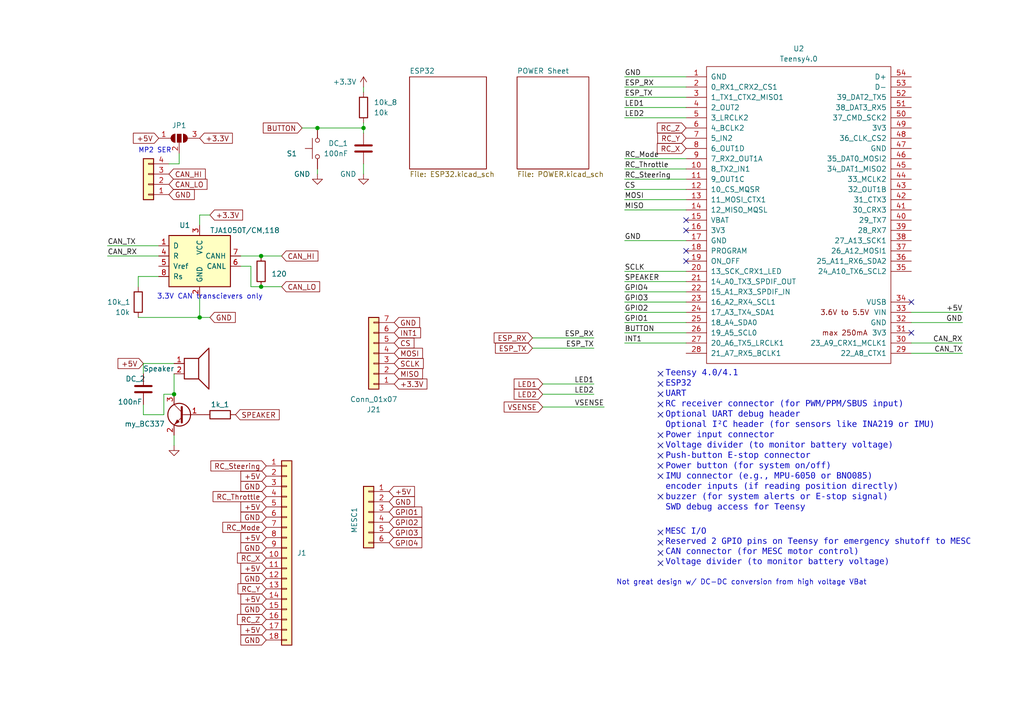
<source format=kicad_sch>
(kicad_sch (version 20231120) (generator "eeschema") (generator_version "8.0")
  (paper "User" 254 177.8)
  (lib_symbols
    (symbol "Connector_Generic:Conn_01x04" (pin_names (offset 1.016) hide)
      (property "Reference" "J" (at 0 5.08 0))
      (property "Value" "Conn_01x04" (at 0 -7.62 0))
      (symbol "Conn_01x04_1_1"
        (rectangle (start -1.27 -4.953) (end 0 -5.207) (stroke (width 0.1524)))
        (rectangle (start -1.27 -2.413) (end 0 -2.667) (stroke (width 0.1524)))
        (rectangle (start -1.27 0.127) (end 0 -0.127) (stroke (width 0.1524)))
        (rectangle (start -1.27 2.667) (end 0 2.413) (stroke (width 0.1524)))
        (rectangle (start -1.27 3.81) (end 1.27 -6.35) (stroke (width 0.254)) (fill (type background)))
        (pin passive line (at -5.08 2.54 0) (length 3.81) (name "Pin_1") (number "1"))
        (pin passive line (at -5.08 0 0) (length 3.81) (name "Pin_2") (number "2"))
        (pin passive line (at -5.08 -2.54 0) (length 3.81) (name "Pin_3") (number "3"))
        (pin passive line (at -5.08 -5.08 0) (length 3.81) (name "Pin_4") (number "4"))
      )
    )
    (symbol "Connector_Generic:Conn_01x06" (pin_names (offset 1.016) hide)
      (property "Reference" "J" (at 0 7.62 0))
      (property "Value" "Conn_01x06" (at 0 -10.16 0))
      (symbol "Conn_01x06_1_1"
        (rectangle (start -1.27 -7.493) (end 0 -7.747) (stroke (width 0.1524)))
        (rectangle (start -1.27 -4.953) (end 0 -5.207) (stroke (width 0.1524)))
        (rectangle (start -1.27 -2.413) (end 0 -2.667) (stroke (width 0.1524)))
        (rectangle (start -1.27 0.127) (end 0 -0.127) (stroke (width 0.1524)))
        (rectangle (start -1.27 2.667) (end 0 2.413) (stroke (width 0.1524)))
        (rectangle (start -1.27 5.207) (end 0 4.953) (stroke (width 0.1524)))
        (rectangle (start -1.27 6.35) (end 1.27 -8.89) (stroke (width 0.254)) (fill (type background)))
        (pin passive line (at -5.08 5.08 0) (length 3.81) (name "Pin_1") (number "1"))
        (pin passive line (at -5.08 2.54 0) (length 3.81) (name "Pin_2") (number "2"))
        (pin passive line (at -5.08 0 0) (length 3.81) (name "Pin_3") (number "3"))
        (pin passive line (at -5.08 -2.54 0) (length 3.81) (name "Pin_4") (number "4"))
        (pin passive line (at -5.08 -5.08 0) (length 3.81) (name "Pin_5") (number "5"))
        (pin passive line (at -5.08 -7.62 0) (length 3.81) (name "Pin_6") (number "6"))
      )
    )
    (symbol "Connector_Generic:Conn_01x07" (pin_names (offset 1.016) hide)
      (property "Reference" "J" (at 0 10.16 0))
      (property "Value" "Conn_01x07" (at 0 -10.16 0))
      (symbol "Conn_01x07_1_1"
        (rectangle (start -1.27 -7.493) (end 0 -7.747) (stroke (width 0.1524)))
        (rectangle (start -1.27 -4.953) (end 0 -5.207) (stroke (width 0.1524)))
        (rectangle (start -1.27 -2.413) (end 0 -2.667) (stroke (width 0.1524)))
        (rectangle (start -1.27 0.127) (end 0 -0.127) (stroke (width 0.1524)))
        (rectangle (start -1.27 2.667) (end 0 2.413) (stroke (width 0.1524)))
        (rectangle (start -1.27 5.207) (end 0 4.953) (stroke (width 0.1524)))
        (rectangle (start -1.27 7.747) (end 0 7.493) (stroke (width 0.1524)))
        (rectangle (start -1.27 8.89) (end 1.27 -8.89) (stroke (width 0.254)) (fill (type background)))
        (pin passive line (at -5.08 7.62 0) (length 3.81) (name "Pin_1") (number "1"))
        (pin passive line (at -5.08 5.08 0) (length 3.81) (name "Pin_2") (number "2"))
        (pin passive line (at -5.08 2.54 0) (length 3.81) (name "Pin_3") (number "3"))
        (pin passive line (at -5.08 0 0) (length 3.81) (name "Pin_4") (number "4"))
        (pin passive line (at -5.08 -2.54 0) (length 3.81) (name "Pin_5") (number "5"))
        (pin passive line (at -5.08 -5.08 0) (length 3.81) (name "Pin_6") (number "6"))
        (pin passive line (at -5.08 -7.62 0) (length 3.81) (name "Pin_7") (number "7"))
      )
    )
    (symbol "Connector_Generic:Conn_01x18" (pin_names (offset 1.016) hide)
      (property "Reference" "J" (at 0 22.86 0))
      (property "Value" "Conn_01x18" (at 0 -25.4 0))
      (symbol "Conn_01x18_1_1"
        (rectangle (start -1.27 -22.733) (end 0 -22.987) (stroke (width 0.1524)))
        (rectangle (start -1.27 -20.193) (end 0 -20.447) (stroke (width 0.1524)))
        (rectangle (start -1.27 -17.653) (end 0 -17.907) (stroke (width 0.1524)))
        (rectangle (start -1.27 -15.113) (end 0 -15.367) (stroke (width 0.1524)))
        (rectangle (start -1.27 -12.573) (end 0 -12.827) (stroke (width 0.1524)))
        (rectangle (start -1.27 -10.033) (end 0 -10.287) (stroke (width 0.1524)))
        (rectangle (start -1.27 -7.493) (end 0 -7.747) (stroke (width 0.1524)))
        (rectangle (start -1.27 -4.953) (end 0 -5.207) (stroke (width 0.1524)))
        (rectangle (start -1.27 -2.413) (end 0 -2.667) (stroke (width 0.1524)))
        (rectangle (start -1.27 0.127) (end 0 -0.127) (stroke (width 0.1524)))
        (rectangle (start -1.27 2.667) (end 0 2.413) (stroke (width 0.1524)))
        (rectangle (start -1.27 5.207) (end 0 4.953) (stroke (width 0.1524)))
        (rectangle (start -1.27 7.747) (end 0 7.493) (stroke (width 0.1524)))
        (rectangle (start -1.27 10.287) (end 0 10.033) (stroke (width 0.1524)))
        (rectangle (start -1.27 12.827) (end 0 12.573) (stroke (width 0.1524)))
        (rectangle (start -1.27 15.367) (end 0 15.113) (stroke (width 0.1524)))
        (rectangle (start -1.27 17.907) (end 0 17.653) (stroke (width 0.1524)))
        (rectangle (start -1.27 20.447) (end 0 20.193) (stroke (width 0.1524)))
        (rectangle (start -1.27 21.59) (end 1.27 -24.13) (stroke (width 0.254)) (fill (type background)))
        (pin passive line (at -5.08 20.32 0) (length 3.81) (name "Pin_1") (number "1"))
        (pin passive line (at -5.08 -2.54 0) (length 3.81) (name "Pin_10") (number "10"))
        (pin passive line (at -5.08 -5.08 0) (length 3.81) (name "Pin_11") (number "11"))
        (pin passive line (at -5.08 -7.62 0) (length 3.81) (name "Pin_12") (number "12"))
        (pin passive line (at -5.08 -10.16 0) (length 3.81) (name "Pin_13") (number "13"))
        (pin passive line (at -5.08 -12.7 0) (length 3.81) (name "Pin_14") (number "14"))
        (pin passive line (at -5.08 -15.24 0) (length 3.81) (name "Pin_15") (number "15"))
        (pin passive line (at -5.08 -17.78 0) (length 3.81) (name "Pin_16") (number "16"))
        (pin passive line (at -5.08 -20.32 0) (length 3.81) (name "Pin_17") (number "17"))
        (pin passive line (at -5.08 -22.86 0) (length 3.81) (name "Pin_18") (number "18"))
        (pin passive line (at -5.08 17.78 0) (length 3.81) (name "Pin_2") (number "2"))
        (pin passive line (at -5.08 15.24 0) (length 3.81) (name "Pin_3") (number "3"))
        (pin passive line (at -5.08 12.7 0) (length 3.81) (name "Pin_4") (number "4"))
        (pin passive line (at -5.08 10.16 0) (length 3.81) (name "Pin_5") (number "5"))
        (pin passive line (at -5.08 7.62 0) (length 3.81) (name "Pin_6") (number "6"))
        (pin passive line (at -5.08 5.08 0) (length 3.81) (name "Pin_7") (number "7"))
        (pin passive line (at -5.08 2.54 0) (length 3.81) (name "Pin_8") (number "8"))
        (pin passive line (at -5.08 0 0) (length 3.81) (name "Pin_9") (number "9"))
      )
    )
    (symbol "Device:C" (pin_numbers hide) (pin_names (offset 0.254))
      (property "Reference" "C" (at 0.635 2.54 0))
      (property "Value" "C" (at 0.635 -2.54 0))
      (symbol "C_0_1"
        (polyline (pts (xy -2.032 -0.762) (xy 2.032 -0.762)) (stroke (width 0.508)))
        (polyline (pts (xy -2.032 0.762) (xy 2.032 0.762)) (stroke (width 0.508)))
      )
      (symbol "C_1_1"
        (pin passive line (at 0 3.81 270) (length 2.794) (name "~") (number "1"))
        (pin passive line (at 0 -3.81 90) (length 2.794) (name "~") (number "2"))
      )
    )
    (symbol "Device:R" (pin_numbers hide) (pin_names (offset 0))
      (property "Reference" "R" (at 2.032 0 90))
      (property "Value" "R" (at 0 0 90))
      (symbol "R_0_1"
        (rectangle (start -1.016 -2.54) (end 1.016 2.54) (stroke (width 0.254)))
      )
      (symbol "R_1_1"
        (pin passive line (at 0 3.81 270) (length 1.27) (name "~") (number "1"))
        (pin passive line (at 0 -3.81 90) (length 1.27) (name "~") (number "2"))
      )
    )
    (symbol "Device:Speaker" (pin_names (offset 0) hide)
      (property "Reference" "LS" (at 1.27 5.715 0))
      (property "Value" "Speaker" (at 1.27 3.81 0))
      (symbol "Speaker_0_0"
        (rectangle (start -2.54 1.27) (end 1.016 -3.81) (stroke (width 0.254)))
        (polyline (pts (xy 1.016 1.27) (xy 3.556 3.81) (xy 3.556 -6.35) (xy 1.016 -3.81)) (stroke (width 0.254)))
      )
      (symbol "Speaker_1_1"
        (pin input line (at -5.08 0 0) (length 2.54) (name "1") (number "1"))
        (pin input line (at -5.08 -2.54 0) (length 2.54) (name "2") (number "2"))
      )
    )
    (symbol "Interface_CAN_LIN:SN65HVD230" (pin_names (offset 1.016))
      (property "Reference" "U" (at -2.54 10.16 0))
      (property "Value" "SN65HVD230" (at -2.54 7.62 0))
      (symbol "SN65HVD230_0_1"
        (rectangle (start -7.62 5.08) (end 7.62 -7.62) (stroke (width 0.254)) (fill (type background)))
      )
      (symbol "SN65HVD230_1_1"
        (pin input line (at -10.16 2.54 0) (length 2.54) (name "D") (number "1"))
        (pin power_in line (at 0 -10.16 90) (length 2.54) (name "GND") (number "2"))
        (pin power_in line (at 0 7.62 270) (length 2.54) (name "VCC") (number "3"))
        (pin output line (at -10.16 0 0) (length 2.54) (name "R") (number "4"))
        (pin output line (at -10.16 -2.54 0) (length 2.54) (name "Vref") (number "5"))
        (pin bidirectional line (at 10.16 -2.54 180) (length 2.54) (name "CANL") (number "6"))
        (pin bidirectional line (at 10.16 0 180) (length 2.54) (name "CANH") (number "7"))
        (pin input line (at -10.16 -5.08 0) (length 2.54) (name "Rs") (number "8"))
      )
    )
    (symbol "Jumper:SolderJumper_3_Open" (pin_names (offset 0) hide)
      (property "Reference" "JP" (at -2.54 -2.54 0))
      (property "Value" "SolderJumper_3_Open" (at 0 2.794 0))
      (symbol "SolderJumper_3_Open_0_1"
        (arc (start -1.016 1.016) (mid -2.0276 0) (end -1.016 -1.016))
        (arc (start -1.016 1.016) (mid -2.0276 0) (end -1.016 -1.016) (fill (type outline)))
        (rectangle (start -0.508 1.016) (end 0.508 -1.016) (fill (type outline)))
        (polyline (pts (xy -2.54 0) (xy -2.032 0)))
        (polyline (pts (xy -1.016 1.016) (xy -1.016 -1.016)))
        (polyline (pts (xy 0 -1.27) (xy 0 -1.016)))
        (polyline (pts (xy 1.016 1.016) (xy 1.016 -1.016)))
        (polyline (pts (xy 2.54 0) (xy 2.032 0)))
        (arc (start 1.016 -1.016) (mid 2.0276 0) (end 1.016 1.016))
        (arc (start 1.016 -1.016) (mid 2.0276 0) (end 1.016 1.016) (fill (type outline)))
      )
      (symbol "SolderJumper_3_Open_1_1"
        (pin passive line (at -5.08 0 0) (length 2.54) (name "A") (number "1"))
        (pin passive line (at 0 -3.81 90) (length 2.54) (name "C") (number "2"))
        (pin passive line (at 5.08 0 180) (length 2.54) (name "B") (number "3"))
      )
    )
    (symbol "SW_Push_11" (pin_numbers hide) (pin_names (offset 1.016) hide)
      (property "Reference" "SW" (at 1.27 2.54 0))
      (property "Value" "SW_Push_11" (at 0 -1.524 0))
      (symbol "SW_Push_11_0_1"
        (circle (center -2.032 0) (radius 0.508))
        (polyline (pts (xy 0 1.27) (xy 0 3.048)))
        (polyline (pts (xy 2.54 1.27) (xy -2.54 1.27)))
        (circle (center 2.032 0) (radius 0.508))
        (pin passive line (at -5.08 0 0) (length 2.54) (name "1") (number "1"))
        (pin passive line (at 5.08 0 180) (length 2.54) (name "2") (number "2"))
      )
    )
    (symbol "Transistor_BJT:my_BC337" (pin_names (offset 0) hide)
      (property "Value" "my_BC337" (at 5.08 0.0001 0))
      (symbol "my_BC337_0_1"
        (polyline (pts (xy 0 0) (xy 0.635 0)))
        (polyline (pts (xy 0.635 0.635) (xy 2.54 2.54)))
        (polyline (pts (xy 0.635 -0.635) (xy 2.54 -2.54) (xy 2.54 -2.54)))
        (polyline (pts (xy 0.635 1.905) (xy 0.635 -1.905) (xy 0.635 -1.905)) (stroke (width 0.508)))
        (polyline (pts (xy 1.27 -1.778) (xy 1.778 -1.27) (xy 2.286 -2.286) (xy 1.27 -1.778) (xy 1.27 -1.778)) (fill (type outline)))
        (circle (center 1.27 0) (radius 2.8194) (stroke (width 0.254)))
      )
      (symbol "my_BC337_1_1"
        (pin input line (at -5.08 0 0) (length 5.08) (name "B") (number "1"))
        (pin passive line (at 2.54 -5.08 90) (length 2.54) (name "E") (number "2"))
        (pin passive line (at 2.54 5.08 270) (length 2.54) (name "C") (number "3"))
      )
    )
    (symbol "power:+3.3V" (power) (pin_names (offset 0))
      (property "Value" "+3.3V" (at 0 3.556 0))
      (symbol "+3.3V_0_1"
        (polyline (pts (xy -0.762 1.27) (xy 0 2.54)))
        (polyline (pts (xy 0 0) (xy 0 2.54)))
        (polyline (pts (xy 0 2.54) (xy 0.762 1.27)))
      )
      (symbol "+3.3V_1_1"
        (pin power_in line (at 0 0 90) (length 0) hide (name "+3.3V") (number "1"))
      )
    )
    (symbol "power:GND" (power) (pin_names (offset 0))
      (property "Value" "GND" (at 0 -3.81 0))
      (symbol "GND_0_1"
        (polyline (pts (xy 0 0) (xy 0 -1.27) (xy 1.27 -1.27) (xy 0 -2.54) (xy -1.27 -1.27) (xy 0 -1.27)))
      )
      (symbol "GND_1_1"
        (pin power_in line (at 0 0 270) (length 0) hide (name "GND") (number "1"))
      )
    )
    (symbol "teensy:Teensy4.0" (pin_names (offset 1.016))
      (property "Reference" "U" (at 0 39.37 0))
      (property "Value" "Teensy4.0" (at 0 -39.37 0))
      (symbol "Teensy4.0_0_0"
        (text "3.6V to 5.5V" (at 11.43 -24.13 0) (effects (font (size 1.27 1.27))))
        (text "max 250mA" (at 11.43 -29.21 0) (effects (font (size 1.27 1.27))))
        (pin bidirectional line (at -27.94 11.43 0) (length 5.08) (name "8_TX2_IN1") (number "10"))
        (pin bidirectional line (at -27.94 8.89 0) (length 5.08) (name "9_OUT1C") (number "11"))
        (pin bidirectional line (at -27.94 6.35 0) (length 5.08) (name "10_CS_MQSR") (number "12"))
        (pin bidirectional line (at -27.94 3.81 0) (length 5.08) (name "11_MOSI_CTX1") (number "13"))
        (pin bidirectional line (at -27.94 1.27 0) (length 5.08) (name "12_MISO_MQSL") (number "14"))
        (pin power_in line (at -27.94 -1.27 0) (length 5.08) (name "VBAT") (number "15"))
        (pin power_in line (at -27.94 -3.81 0) (length 5.08) (name "3V3") (number "16"))
        (pin power_in line (at -27.94 -6.35 0) (length 5.08) (name "GND") (number "17"))
        (pin input line (at -27.94 -8.89 0) (length 5.08) (name "PROGRAM") (number "18"))
        (pin input line (at -27.94 -11.43 0) (length 5.08) (name "ON_OFF") (number "19"))
        (pin bidirectional line (at -27.94 -13.97 0) (length 5.08) (name "13_SCK_CRX1_LED") (number "20"))
        (pin bidirectional line (at -27.94 -16.51 0) (length 5.08) (name "14_A0_TX3_SPDIF_OUT") (number "21"))
        (pin bidirectional line (at -27.94 -19.05 0) (length 5.08) (name "15_A1_RX3_SPDIF_IN") (number "22"))
        (pin bidirectional line (at -27.94 -21.59 0) (length 5.08) (name "16_A2_RX4_SCL1") (number "23"))
        (pin bidirectional line (at -27.94 -24.13 0) (length 5.08) (name "17_A3_TX4_SDA1") (number "24"))
        (pin bidirectional line (at -27.94 -26.67 0) (length 5.08) (name "18_A4_SDA0") (number "25"))
        (pin bidirectional line (at -27.94 -29.21 0) (length 5.08) (name "19_A5_SCL0") (number "26"))
        (pin bidirectional line (at -27.94 -31.75 0) (length 5.08) (name "20_A6_TX5_LRCLK1") (number "27"))
        (pin bidirectional line (at -27.94 -34.29 0) (length 5.08) (name "21_A7_RX5_BCLK1") (number "28"))
        (pin bidirectional line (at 27.94 -34.29 180) (length 5.08) (name "22_A8_CTX1") (number "29"))
        (pin bidirectional line (at 27.94 -31.75 180) (length 5.08) (name "23_A9_CRX1_MCLK1") (number "30"))
        (pin power_out line (at 27.94 -29.21 180) (length 5.08) (name "3V3") (number "31"))
        (pin power_in line (at 27.94 -26.67 180) (length 5.08) (name "GND") (number "32"))
        (pin power_in line (at 27.94 -24.13 180) (length 5.08) (name "VIN") (number "33"))
        (pin power_out line (at 27.94 -21.59 180) (length 5.08) (name "VUSB") (number "34"))
        (pin bidirectional line (at 27.94 -13.97 180) (length 5.08) (name "24_A10_TX6_SCL2") (number "35"))
        (pin bidirectional line (at 27.94 -11.43 180) (length 5.08) (name "25_A11_RX6_SDA2") (number "36"))
        (pin bidirectional line (at 27.94 -8.89 180) (length 5.08) (name "26_A12_MOSI1") (number "37"))
        (pin bidirectional line (at 27.94 -6.35 180) (length 5.08) (name "27_A13_SCK1") (number "38"))
        (pin bidirectional line (at 27.94 -3.81 180) (length 5.08) (name "28_RX7") (number "39"))
        (pin bidirectional line (at 27.94 -1.27 180) (length 5.08) (name "29_TX7") (number "40"))
        (pin bidirectional line (at 27.94 1.27 180) (length 5.08) (name "30_CRX3") (number "41"))
        (pin bidirectional line (at 27.94 3.81 180) (length 5.08) (name "31_CTX3") (number "42"))
        (pin bidirectional line (at 27.94 6.35 180) (length 5.08) (name "32_OUT1B") (number "43"))
        (pin bidirectional line (at 27.94 8.89 180) (length 5.08) (name "33_MCLK2") (number "44"))
        (pin bidirectional line (at 27.94 11.43 180) (length 5.08) (name "34_DAT1_MISO2") (number "45"))
        (pin bidirectional line (at 27.94 13.97 180) (length 5.08) (name "35_DAT0_MOSI2") (number "46"))
        (pin power_out line (at 27.94 16.51 180) (length 5.08) (name "GND") (number "47"))
        (pin bidirectional line (at 27.94 19.05 180) (length 5.08) (name "36_CLK_CS2") (number "48"))
        (pin power_out line (at 27.94 21.59 180) (length 5.08) (name "3V3") (number "49"))
        (pin bidirectional line (at -27.94 24.13 0) (length 5.08) (name "3_LRCLK2") (number "5"))
        (pin bidirectional line (at 27.94 24.13 180) (length 5.08) (name "37_CMD_SCK2") (number "50"))
        (pin bidirectional line (at 27.94 26.67 180) (length 5.08) (name "38_DAT3_RX5") (number "51"))
        (pin bidirectional line (at 27.94 29.21 180) (length 5.08) (name "39_DAT2_TX5") (number "52"))
        (pin bidirectional line (at 27.94 31.75 180) (length 5.08) (name "D-") (number "53"))
        (pin bidirectional line (at 27.94 34.29 180) (length 5.08) (name "D+") (number "54"))
        (pin bidirectional line (at -27.94 21.59 0) (length 5.08) (name "4_BCLK2") (number "6"))
        (pin bidirectional line (at -27.94 19.05 0) (length 5.08) (name "5_IN2") (number "7"))
        (pin bidirectional line (at -27.94 16.51 0) (length 5.08) (name "6_OUT1D") (number "8"))
        (pin bidirectional line (at -27.94 13.97 0) (length 5.08) (name "7_RX2_OUT1A") (number "9"))
      )
      (symbol "Teensy4.0_0_1"
        (rectangle (start -22.86 36.83) (end 22.86 -36.83))
        (rectangle (start -20.32 -31.75) (end -20.32 -31.75))
      )
      (symbol "Teensy4.0_1_1"
        (pin power_in line (at -27.94 34.29 0) (length 5.08) (name "GND") (number "1"))
        (pin bidirectional line (at -27.94 31.75 0) (length 5.08) (name "0_RX1_CRX2_CS1") (number "2"))
        (pin bidirectional line (at -27.94 29.21 0) (length 5.08) (name "1_TX1_CTX2_MISO1") (number "3"))
        (pin bidirectional line (at -27.94 26.67 0) (length 5.08) (name "2_OUT2") (number "4"))
      )
    )
    (symbol "two_motor_driver-rescue:GND-power" (power) (pin_names (offset 0))
      (property "Value" "power_GND" (at 0 -3.81 0))
      (symbol "GND-power_0_1"
        (polyline (pts (xy 0 0) (xy 0 -1.27) (xy 1.27 -1.27) (xy 0 -2.54) (xy -1.27 -1.27) (xy 0 -1.27)))
      )
      (symbol "GND-power_1_1"
        (pin power_in line (at 0 0 270) (length 0) hide (name "GND") (number "1"))
      )
    )
  )
  (junction (at 90.17 31.75))
  (junction (at 43.18 97.79))
  (junction (at 49.53 78.74))
  (junction (at 64.77 63.5))
  (junction (at 78.74 31.75))
  (junction (at 64.77 71.12))
  (no_connect (at 163.83 123.19))
  (no_connect (at 163.83 95.25))
  (no_connect (at 163.83 97.79))
  (no_connect (at 163.83 102.87))
  (no_connect (at 170.18 64.77))
  (no_connect (at 163.83 134.62))
  (no_connect (at 163.83 100.33))
  (no_connect (at 163.83 92.71))
  (no_connect (at 163.83 113.03))
  (no_connect (at 170.18 62.23))
  (no_connect (at 163.83 115.57))
  (no_connect (at 226.06 82.55))
  (no_connect (at 163.83 132.08))
  (no_connect (at 170.18 57.15))
  (no_connect (at 163.83 110.49))
  (no_connect (at 170.18 54.61))
  (no_connect (at 163.83 118.11))
  (no_connect (at 226.06 74.93))
  (no_connect (at 163.83 107.95))
  (no_connect (at 163.83 139.7))
  (no_connect (at 163.83 137.16))
  (wire (pts (xy 154.94 85.09) (xy 170.18 85.09)))
  (wire (pts (xy 90.17 30.48) (xy 90.17 31.75)))
  (wire (pts (xy 62.23 71.12) (xy 64.77 71.12)))
  (wire (pts (xy 154.94 59.69) (xy 170.18 59.69)))
  (wire (pts (xy 74.93 31.75) (xy 78.74 31.75)))
  (wire (pts (xy 90.17 21.59) (xy 90.17 22.86)))
  (wire (pts (xy 34.29 68.58) (xy 39.37 68.58)))
  (wire (pts (xy 154.94 44.45) (xy 170.18 44.45)))
  (wire (pts (xy 238.76 87.63) (xy 226.06 87.63)))
  (wire (pts (xy 238.76 85.09) (xy 226.06 85.09)))
  (wire (pts (xy 52.07 78.74) (xy 49.53 78.74)))
  (wire (pts (xy 34.29 68.58) (xy 34.29 71.12)))
  (wire (pts (xy 238.76 77.47) (xy 226.06 77.47)))
  (wire (pts (xy 44.45 40.64) (xy 44.45 38.1)))
  (wire (pts (xy 147.32 86.36) (xy 132.08 86.36)))
  (wire (pts (xy 154.94 74.93) (xy 170.18 74.93)))
  (wire (pts (xy 154.94 24.13) (xy 170.18 24.13)))
  (wire (pts (xy 154.94 39.37) (xy 170.18 39.37)))
  (wire (pts (xy 26.67 60.96) (xy 39.37 60.96)))
  (wire (pts (xy 40.64 97.79) (xy 43.18 97.79)))
  (wire (pts (xy 154.94 29.21) (xy 170.18 29.21)))
  (wire (pts (xy 154.94 77.47) (xy 170.18 77.47)))
  (wire (pts (xy 154.94 69.85) (xy 170.18 69.85)))
  (wire (pts (xy 154.94 46.99) (xy 170.18 46.99)))
  (wire (pts (xy 154.94 82.55) (xy 170.18 82.55)))
  (wire (pts (xy 35.56 90.17) (xy 35.56 92.71)))
  (wire (pts (xy 78.74 43.18) (xy 78.74 41.91)))
  (wire (pts (xy 59.69 63.5) (xy 64.77 63.5)))
  (wire (pts (xy 41.91 40.64) (xy 44.45 40.64)))
  (wire (pts (xy 43.18 107.95) (xy 43.18 110.49)))
  (wire (pts (xy 134.62 95.25) (xy 147.32 95.25)))
  (wire (pts (xy 64.77 63.5) (xy 69.85 63.5)))
  (wire (pts (xy 147.32 83.82) (xy 132.08 83.82)))
  (wire (pts (xy 62.23 66.04) (xy 62.23 71.12)))
  (wire (pts (xy 154.94 41.91) (xy 170.18 41.91)))
  (wire (pts (xy 78.74 31.75) (xy 90.17 31.75)))
  (wire (pts (xy 154.94 67.31) (xy 170.18 67.31)))
  (wire (pts (xy 59.69 66.04) (xy 62.23 66.04)))
  (wire (pts (xy 64.77 71.12) (xy 69.85 71.12)))
  (wire (pts (xy 35.56 90.17) (xy 43.18 90.17)))
  (wire (pts (xy 90.17 43.18) (xy 90.17 40.64)))
  (wire (pts (xy 154.94 72.39) (xy 170.18 72.39)))
  (wire (pts (xy 40.64 102.87) (xy 40.64 97.79)))
  (wire (pts (xy 154.94 19.05) (xy 170.18 19.05)))
  (wire (pts (xy 154.94 49.53) (xy 170.18 49.53)))
  (wire (pts (xy 154.94 26.67) (xy 170.18 26.67)))
  (wire (pts (xy 154.94 52.07) (xy 170.18 52.07)))
  (wire (pts (xy 26.67 63.5) (xy 39.37 63.5)))
  (wire (pts (xy 49.53 53.34) (xy 49.53 55.88)))
  (wire (pts (xy 49.53 73.66) (xy 49.53 78.74)))
  (wire (pts (xy 154.94 80.01) (xy 170.18 80.01)))
  (wire (pts (xy 134.62 97.79) (xy 147.32 97.79)))
  (wire (pts (xy 90.17 31.75) (xy 90.17 33.02)))
  (wire (pts (xy 154.94 21.59) (xy 170.18 21.59)))
  (wire (pts (xy 35.56 100.33) (xy 35.56 102.87)))
  (wire (pts (xy 34.29 78.74) (xy 49.53 78.74)))
  (wire (pts (xy 35.56 102.87) (xy 40.64 102.87)))
  (wire (pts (xy 149.86 100.965) (xy 134.62 100.965)))
  (wire (pts (xy 43.18 92.71) (xy 43.18 97.79)))
  (wire (pts (xy 52.07 53.34) (xy 49.53 53.34)))
  (wire (pts (xy 238.76 80.01) (xy 226.06 80.01)))
  (text "Teensy 4.0/4.1\nESP32\nUART\nRC receiver connector (for PWM/PPM/SBUS input)\nOptional UART debug header\nOptional I²C header (for sensors like INA219 or IMU)\nPower input connector\nVoltage divider (to monitor battery voltage)\nPush-button E-stop connector\nPower button (for system on/off)\nIMU connector (e.g., MPU-6050 or BNO085)\nencoder inputs (if reading position directly)\nbuzzer (for system alerts or E-stop signal)\nSWD debug access for Teensy\n" (at 165.1 109.728 0) (effects (font (size 1.524 1.524)) (justify left)))
  (text "MP2 SER" (at 34.29 38.1 0) (effects (font (size 1.2 1.2)) (justify left bottom)))
  (text "MESC I/O\nReserved 2 GPIO pins on Teensy for emergency shutoff to MESC\nCAN connector (for MESC motor control)\nVoltage divider (to monitor battery voltage)\n\n" (at 165.1 137.414 0) (effects (font (size 1.4986 1.4986)) (justify left)))
  (text "3.3V CAN transcievers only" (at 52.07 73.66 0) (effects (font (size 1.27 1.27))))
  (text "Not great design w/ DC-DC conversion from high voltage VBat " (at 184.404 144.526 0) (effects (font (size 1.27 1.27))))
  (label "LED2" (at 147.32 97.79 180))
  (label "ESP_RX" (at 154.94 21.59 0))
  (label "CAN_RX" (at 238.76 85.09 180))
  (label "GND" (at 238.76 80.01 180))
  (label "SPEAKER" (at 154.94 69.85 0))
  (label "ESP_RX" (at 147.32 83.82 180))
  (label "GPIO2" (at 154.94 77.47 0))
  (label "MISO" (at 154.94 52.07 0))
  (label "CAN_TX" (at 238.76 87.63 180))
  (label "GPIO1" (at 154.94 80.01 0))
  (label "GND" (at 154.94 19.05 0))
  (label "CS" (at 154.94 46.99 0))
  (label "RC_Steering" (at 154.94 44.45 0))
  (label "GND" (at 154.94 59.69 0))
  (label "ESP_TX" (at 154.94 24.13 0))
  (label "INT1" (at 154.94 85.09 0))
  (label "CAN_RX" (at 26.67 63.5 0))
  (label "GPIO4" (at 154.94 72.39 0))
  (label "LED2" (at 154.94 29.21 0))
  (label "VSENSE" (at 149.86 100.965 180))
  (label "+5V" (at 238.76 77.47 180))
  (label "RC_Mode" (at 154.94 39.37 0))
  (label "BUTTON" (at 154.94 82.55 0))
  (label "RC_Throttle" (at 154.94 41.91 0))
  (label "MOSI" (at 154.94 49.53 0))
  (label "LED1" (at 147.32 95.25 180))
  (label "SCLK" (at 154.94 67.31 0))
  (label "CAN_TX" (at 26.67 60.96 0))
  (label "LED1" (at 154.94 26.67 0))
  (label "GPIO3" (at 154.94 74.93 0))
  (label "ESP_TX" (at 147.32 86.36 180))
  (global_label "+5V" (shape input) (at 35.56 90.17 180) (property "Intersheetrefs" "${INTERSHEET_REFS}" (effects (hide yes))))
  (global_label "+5V" (shape input) (at 66.04 118.11 180) (property "Intersheetrefs" "${INTERSHEET_REFS}" (effects (hide yes))))
  (global_label "+3.3V" (shape input) (at 49.53 34.29 0) (property "Intersheetrefs" "${INTERSHEET_REFS}" (effects (hide yes))))
  (global_label "+5V" (shape input) (at 66.04 140.97 180) (property "Intersheetrefs" "${INTERSHEET_REFS}" (effects (hide yes))))
  (global_label "LED2" (shape input) (at 134.62 97.79 180) (property "Intersheetrefs" "${INTERSHEET_REFS}" (effects (hide yes))))
  (global_label "GPIO4" (shape input) (at 96.52 134.62 0) (property "Intersheetrefs" "${INTERSHEET_REFS}" (effects (hide yes))))
  (global_label "+5V" (shape input) (at 66.04 148.59 180) (property "Intersheetrefs" "${INTERSHEET_REFS}" (effects (hide yes))))
  (global_label "+5V" (shape input) (at 39.37 34.29 180) (property "Intersheetrefs" "${INTERSHEET_REFS}" (effects (hide yes))))
  (global_label "GND" (shape input) (at 96.52 124.46 0) (property "Intersheetrefs" "${INTERSHEET_REFS}" (effects (hide yes))))
  (global_label "GND" (shape input) (at 52.07 78.74 0) (property "Intersheetrefs" "${INTERSHEET_REFS}" (effects (hide yes))))
  (global_label "RC_X" (shape input) (at 66.04 138.43 180) (property "Intersheetrefs" "${INTERSHEET_REFS}" (effects (hide yes))))
  (global_label "GND" (shape input) (at 66.04 120.65 180) (property "Intersheetrefs" "${INTERSHEET_REFS}" (effects (hide yes))))
  (global_label "LED1" (shape input) (at 134.62 95.25 180) (property "Intersheetrefs" "${INTERSHEET_REFS}" (effects (hide yes))))
  (global_label "MISO" (shape input) (at 97.79 92.71 0) (property "Intersheetrefs" "${INTERSHEET_REFS}" (effects (hide yes))))
  (global_label "+3.3V" (shape input) (at 97.79 95.25 0) (property "Intersheetrefs" "${INTERSHEET_REFS}" (effects (hide yes))))
  (global_label "+5V" (shape input) (at 96.52 121.92 0) (property "Intersheetrefs" "${INTERSHEET_REFS}" (effects (hide yes))))
  (global_label "RC_Y" (shape input) (at 66.04 146.05 180) (property "Intersheetrefs" "${INTERSHEET_REFS}" (effects (hide yes))))
  (global_label "ESP_RX" (shape input) (at 132.08 83.82 180) (property "Intersheetrefs" "${INTERSHEET_REFS}" (effects (hide yes))))
  (global_label "GND" (shape input) (at 41.91 48.26 0) (property "Intersheetrefs" "${INTERSHEET_REFS}" (effects (hide yes))))
  (global_label "RC_Mode" (shape input) (at 66.04 130.81 180) (property "Intersheetrefs" "${INTERSHEET_REFS}" (effects (hide yes))))
  (global_label "RC_Steering" (shape input) (at 66.04 115.57 180) (property "Intersheetrefs" "${INTERSHEET_REFS}" (effects (hide yes))))
  (global_label "GND" (shape input) (at 66.04 128.27 180) (property "Intersheetrefs" "${INTERSHEET_REFS}" (effects (hide yes))))
  (global_label "INT1" (shape input) (at 97.79 82.55 0) (property "Intersheetrefs" "${INTERSHEET_REFS}" (effects (hide yes))))
  (global_label "GPIO1" (shape input) (at 96.52 127 0) (property "Intersheetrefs" "${INTERSHEET_REFS}" (effects (hide yes))))
  (global_label "ESP_TX" (shape input) (at 132.08 86.36 180) (property "Intersheetrefs" "${INTERSHEET_REFS}" (effects (hide yes))))
  (global_label "CAN_LO" (shape input) (at 69.85 71.12 0) (property "Intersheetrefs" "${INTERSHEET_REFS}" (effects (hide yes))))
  (global_label "+5V" (shape input) (at 66.04 133.35 180) (property "Intersheetrefs" "${INTERSHEET_REFS}" (effects (hide yes))))
  (global_label "GND" (shape input) (at 66.04 158.75 180) (property "Intersheetrefs" "${INTERSHEET_REFS}" (effects (hide yes))))
  (global_label "CAN_HI" (shape input) (at 41.91 43.18 0) (property "Intersheetrefs" "${INTERSHEET_REFS}" (effects (hide yes))))
  (global_label "GND" (shape input) (at 97.79 80.01 0) (property "Intersheetrefs" "${INTERSHEET_REFS}" (effects (hide yes))))
  (global_label "RC_Y" (shape input) (at 170.18 34.29 180) (property "Intersheetrefs" "${INTERSHEET_REFS}" (effects (hide yes))))
  (global_label "SCLK" (shape input) (at 97.79 90.17 0) (property "Intersheetrefs" "${INTERSHEET_REFS}" (effects (hide yes))))
  (global_label "GPIO3" (shape input) (at 96.52 132.08 0) (property "Intersheetrefs" "${INTERSHEET_REFS}" (effects (hide yes))))
  (global_label "CAN_HI" (shape input) (at 69.85 63.5 0) (property "Intersheetrefs" "${INTERSHEET_REFS}" (effects (hide yes))))
  (global_label "CS" (shape input) (at 97.79 85.09 0) (property "Intersheetrefs" "${INTERSHEET_REFS}" (effects (hide yes))))
  (global_label "RC_X" (shape input) (at 170.18 36.83 180) (property "Intersheetrefs" "${INTERSHEET_REFS}" (effects (hide yes))))
  (global_label "GPIO2" (shape input) (at 96.52 129.54 0) (property "Intersheetrefs" "${INTERSHEET_REFS}" (effects (hide yes))))
  (global_label "RC_Z" (shape input) (at 66.04 153.67 180) (property "Intersheetrefs" "${INTERSHEET_REFS}" (effects (hide yes))))
  (global_label "GND" (shape input) (at 66.04 151.13 180) (property "Intersheetrefs" "${INTERSHEET_REFS}" (effects (hide yes))))
  (global_label "GND" (shape input) (at 66.04 135.89 180) (property "Intersheetrefs" "${INTERSHEET_REFS}" (effects (hide yes))))
  (global_label "RC_Z" (shape input) (at 170.18 31.75 180) (property "Intersheetrefs" "${INTERSHEET_REFS}" (effects (hide yes))))
  (global_label "GND" (shape input) (at 66.04 143.51 180) (property "Intersheetrefs" "${INTERSHEET_REFS}" (effects (hide yes))))
  (global_label "+5V" (shape input) (at 66.04 125.73 180) (property "Intersheetrefs" "${INTERSHEET_REFS}" (effects (hide yes))))
  (global_label "+3.3V" (shape input) (at 52.07 53.34 0) (property "Intersheetrefs" "${INTERSHEET_REFS}" (effects (hide yes))))
  (global_label "VSENSE" (shape input) (at 134.62 100.965 180) (property "Intersheetrefs" "${INTERSHEET_REFS}" (effects (hide yes))))
  (global_label "CAN_LO" (shape input) (at 41.91 45.72 0) (property "Intersheetrefs" "${INTERSHEET_REFS}" (effects (hide yes))))
  (global_label "MOSI" (shape input) (at 97.79 87.63 0) (property "Intersheetrefs" "${INTERSHEET_REFS}" (effects (hide yes))))
  (global_label "+5V" (shape input) (at 66.04 156.21 180) (property "Intersheetrefs" "${INTERSHEET_REFS}" (effects (hide yes))))
  (global_label "RC_Throttle" (shape input) (at 66.04 123.19 180) (property "Intersheetrefs" "${INTERSHEET_REFS}" (effects (hide yes))))
  (global_label "SPEAKER" (shape input) (at 58.42 102.87 0) (property "Intersheetrefs" "${INTERSHEET_REFS}" (effects (hide yes))))
  (global_label "BUTTON" (shape input) (at 74.93 31.75 180) (property "Intersheetrefs" "${INTERSHEET_REFS}" (effects (hide yes))))
  (symbol (lib_id "Jumper:SolderJumper_3_Open") (at 44.45 34.29 0) (unit 1) (in_bom no)
    (property "Reference" "JP1" (at 44.45 31.115 0))
    (property "Value" "SolderJumper_3_Open" (effects (hide yes)))
    (property "Footprint" "Jumper:SolderJumper-3_P1.3mm_Open_Pad1.0x1.5mm" (effects (hide yes)))
  )
  (symbol (lib_id "Device:R") (at 64.77 67.31 180) (unit 1)
    (property "Reference" "R_120" (effects (hide yes)))
    (property "Value" "120" (at 67.31 67.945 0) (effects (justify right)))
    (property "Footprint" "Resistor_SMD:R_0603_1608Metric" (effects (hide yes)))
    (property "LCSC" "C17437" (effects (hide yes)))
  )
  (symbol (lib_id "teensy:Teensy4.0") (at 198.12 53.34 0) (unit 1)
    (property "Reference" "U2" (at 198.12 12.065 0))
    (property "Value" "Teensy4.0" (at 198.12 14.605 0))
    (property "Footprint" "teensy:Teensy40" (effects (hide yes)))
  )
  (symbol (lib_id "Transistor_BJT:my_BC337") (at 45.72 102.87 0) (mirror y) (unit 1)
    (property "Reference" "Q1" (effects (hide yes)))
    (property "Value" "my_BC337" (at 40.894 105.156 0) (effects (justify left)))
    (property "Footprint" "Package_TO_SOT_SMD:SOT-23" (effects (hide yes)))
    (property "Datasheet" "https://diotec.com/tl_files/diotec/files/pdf/datasheets/bc337.pdf" (effects (hide yes)))
    (property "Description" "0.8A Ic, 45V Vce, NPN Transistor, TO-92" (effects (hide yes)))
  )
  (symbol (lib_id "power:GND") (at 78.74 43.18 0) (unit 1)
    (property "Reference" "#PWR012" (effects (hide yes)))
    (property "Value" "GND" (at 74.93 43.18 0))
  )
  (symbol (lib_id "Device:R") (at 34.29 74.93 0) (unit 1)
    (property "Reference" "10k_1" (at 32.385 74.93 0) (effects (justify right)))
    (property "Value" "10k" (at 28.575 77.47 0) (effects (justify left)))
    (property "Footprint" "Resistor_SMD:R_0603_1608Metric" (effects (hide yes)))
    (property "LCSC" "C25804" (effects (hide yes)))
  )
  (symbol (lib_id "power:+3.3V") (at 90.17 21.59 0) (unit 1)
    (property "Reference" "#PWR026" (effects (hide yes)))
    (property "Value" "+3.3V" (at 82.55 20.32 0) (effects (justify left)))
  )
  (symbol (lib_name "SW_Push_11") (lib_id "Switch:SW_Push") (at 78.74 36.83 90) (unit 1)
    (property "Reference" "S1" (at 72.39 38.1 90))
    (property "Value" "TL3342F160QG" (effects (hide yes)))
    (property "Footprint" "Button_Switch_SMD:SW_SPST_B3SL-1022P" (effects (hide yes)))
    (property "MANUFACTURER" "E SWITCH" (effects (hide yes)))
    (property "LCSC" "C318884" (effects (hide yes)))
  )
  (symbol (lib_id "Connector_Generic:Conn_01x06") (at 91.44 127 0) (mirror y) (unit 1) (in_bom no)
    (property "Reference" "MESC1" (at 87.884 129.032 90))
    (property "Value" "Conn_01x06" (effects (hide yes)))
    (property "Footprint" "Connector_JST:JST_PH_B6B-PH-K_1x06_P2.00mm_Vertical" (effects (hide yes)))
  )
  (symbol (lib_id "Device:R") (at 90.17 26.67 180) (unit 1)
    (property "Reference" "10k_8" (at 92.71 25.3999 0) (effects (justify right)))
    (property "Value" "10k" (at 92.71 27.9399 0) (effects (justify right)))
    (property "Footprint" "Resistor_SMD:R_0603_1608Metric" (effects (hide yes)))
    (property "LCSC" "C25804" (effects (hide yes)))
  )
  (symbol (lib_id "Interface_CAN_LIN:SN65HVD230") (at 49.53 63.5 0) (unit 1)
    (property "Reference" "U1" (at 44.45 55.88 0) (effects (justify left)))
    (property "Value" "TJA1050T/CM,118" (at 52.07 57.15 0) (effects (justify left)))
    (property "Footprint" "Package_SO:SOIC-8_3.9x4.9mm_P1.27mm" (effects (hide yes)))
    (property "Datasheet" "https://jlcpcb.com/partdetail/NxpSemicon-TJA1050T_CM118/C6952#:~:text=Datasheet-,Download,-Source" (effects (hide yes)))
    (property "LCSC" "C6952" (effects (hide yes)))
  )
  (symbol (lib_id "Device:C") (at 90.17 36.83 0) (mirror x) (unit 1)
    (property "Reference" "DC_1" (at 86.36 35.5599 0) (effects (justify right)))
    (property "Value" "100nF" (at 86.36 38.0999 0) (effects (justify right)))
    (property "Footprint" "Capacitor_SMD:C_0603_1608Metric" (effects (hide yes)))
    (property "LCSC" "C14663" (effects (hide yes)))
  )
  (symbol (lib_id "Device:C") (at 35.56 96.52 0) (unit 1)
    (property "Reference" "DC_2" (at 31.115 93.98 0) (effects (justify left)))
    (property "Value" "100nF" (at 29.21 99.695 0) (effects (justify left)))
    (property "Footprint" "Capacitor_SMD:C_0603_1608Metric" (effects (hide yes)))
    (property "Datasheet" "https://www.mouser.com/ProductDetail/TDK/C2012X7R2A104K125AA?qs=NRhsANhppD9J0ZsT2%2Fo%2F7Q%3D%3D" (effects (hide yes)))
    (property "P/N" "810-C2012X7R2A104K" (effects (hide yes)))
    (property "Group#" "5" (effects (hide yes)))
  )
  (symbol (lib_id "Connector_Generic:Conn_01x18") (at 71.12 135.89 0) (unit 1)
    (property "Reference" "J1" (at 73.66 137.1599 0) (effects (justify left)))
    (property "Value" "Conn_01x18" (effects (hide yes)))
    (property "Footprint" "Connector_PinSocket_2.54mm:my_PinSocket_3x07_P2.54mm_Vertical" (effects (hide yes)))
    (property "Description" "Generic connector, single row, 01x18, script generated (kicad-library-utils/schlib/autogen/connector/)" (effects (hide yes)))
  )
  (symbol (lib_id "two_motor_driver-rescue:GND-power") (at 43.18 110.49 0) (mirror y) (unit 1)
    (property "Reference" "#PWR03" (effects (hide yes)))
    (property "Value" "GND" (effects (hide yes)))
  )
  (symbol (lib_id "Connector_Generic:Conn_01x07") (at 92.71 87.63 180) (unit 1)
    (property "Reference" "J21" (at 92.71 101.6 0))
    (property "Value" "Conn_01x07" (at 92.71 99.06 0))
    (property "Footprint" "Connector_JST:JST_PH_B7B-PH-K_1x07_P2.00mm_Vertical" (effects (hide yes)))
    (property "Description" "Generic connector, single row, 01x07, script generated (kicad-library-utils/schlib/autogen/connector/)" (effects (hide yes)))
  )
  (symbol (lib_id "Connector_Generic:Conn_01x04") (at 36.83 45.72 180) (unit 1) (in_bom no)
    (property "Reference" "CAN1" (effects (hide yes)))
    (property "Value" "Conn_01x04" (effects (hide yes)))
    (property "Footprint" "Connector_JST:JST_PH_B4B-PH-K_1x04_P2.00mm_Vertical" (effects (hide yes)))
  )
  (symbol (lib_id "Device:R") (at 54.61 102.87 90) (unit 1)
    (property "Reference" "1k_1" (at 56.896 100.33 90) (effects (justify left)))
    (property "Value" "10k" (effects (hide yes)))
    (property "Footprint" "Resistor_SMD:R_0603_1608Metric" (effects (hide yes)))
    (property "Datasheet" "https://www.mouser.com/ProductDetail/ROHM-Semiconductor/ESR10EZPF1002?qs=DyUWGjl%252BcVujU2u8up15oQ%3D%3D" (effects (hide yes)))
    (property "P/N" "755-ESR10EZPF1002" (effects (hide yes)))
    (property "Group#" "13" (effects (hide yes)))
  )
  (symbol (lib_id "Device:Speaker") (at 48.26 90.17 0) (unit 1)
    (property "Reference" "LS1" (effects (hide yes)))
    (property "Value" "Speaker" (at 39.37 91.44 0))
    (property "Footprint" "CDS-13138-SMT-TR:SPKR_CDS-13138-SMT-TR" (effects (hide yes)))
    (property "Description" "Speaker" (effects (hide yes)))
  )
  (symbol (lib_id "power:GND") (at 90.17 43.18 0) (unit 1)
    (property "Reference" "#PWR027" (effects (hide yes)))
    (property "Value" "GND" (at 86.36 43.18 0))
  )
  (sheet (at 128.27 19.05) (size 17.78 22.86) (stroke (width 0.1524))
    (property "Sheetname" "POWER Sheet" (at 128.27 18.3384 0) (effects (justify left bottom)))
    (property "Sheetfile" "POWER.kicad_sch" (at 128.27 42.4946 0) (effects (justify left top)))
  )
  (sheet (at 101.6 19.05) (size 19.05 22.86) (stroke (width 0.1524))
    (property "Sheetname" "ESP32" (at 101.6 18.3384 0) (effects (justify left bottom)))
    (property "Sheetfile" "ESP32.kicad_sch" (at 101.6 42.4946 0) (effects (justify left top)))
  )
)
</source>
